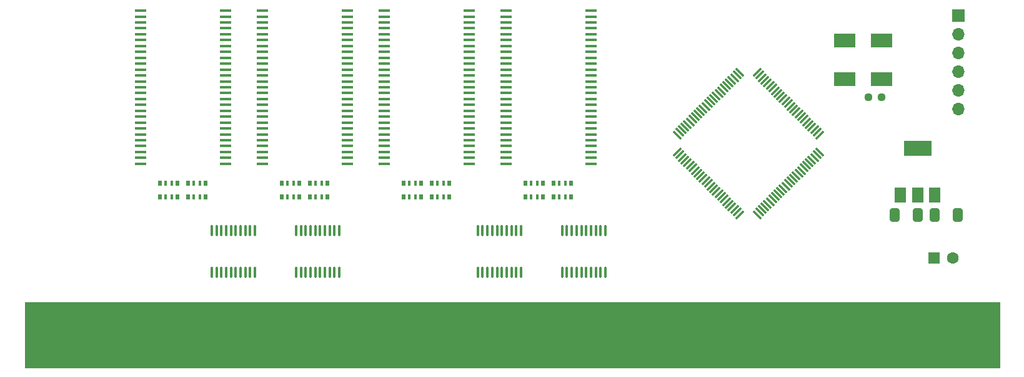
<source format=gbr>
%TF.GenerationSoftware,KiCad,Pcbnew,(6.0.6)*%
%TF.CreationDate,2022-07-10T09:52:36+02:00*%
%TF.ProjectId,GottaGoFaSDZ3,476f7474-6147-46f4-9661-53445a332e6b,rev?*%
%TF.SameCoordinates,Original*%
%TF.FileFunction,Soldermask,Top*%
%TF.FilePolarity,Negative*%
%FSLAX46Y46*%
G04 Gerber Fmt 4.6, Leading zero omitted, Abs format (unit mm)*
G04 Created by KiCad (PCBNEW (6.0.6)) date 2022-07-10 09:52:36*
%MOMM*%
%LPD*%
G01*
G04 APERTURE LIST*
G04 Aperture macros list*
%AMRoundRect*
0 Rectangle with rounded corners*
0 $1 Rounding radius*
0 $2 $3 $4 $5 $6 $7 $8 $9 X,Y pos of 4 corners*
0 Add a 4 corners polygon primitive as box body*
4,1,4,$2,$3,$4,$5,$6,$7,$8,$9,$2,$3,0*
0 Add four circle primitives for the rounded corners*
1,1,$1+$1,$2,$3*
1,1,$1+$1,$4,$5*
1,1,$1+$1,$6,$7*
1,1,$1+$1,$8,$9*
0 Add four rect primitives between the rounded corners*
20,1,$1+$1,$2,$3,$4,$5,0*
20,1,$1+$1,$4,$5,$6,$7,0*
20,1,$1+$1,$6,$7,$8,$9,0*
20,1,$1+$1,$8,$9,$2,$3,0*%
G04 Aperture macros list end*
%ADD10C,0.100000*%
%ADD11R,0.500000X0.800000*%
%ADD12R,0.400000X0.800000*%
%ADD13RoundRect,0.100000X-0.100000X0.637500X-0.100000X-0.637500X0.100000X-0.637500X0.100000X0.637500X0*%
%ADD14R,1.700000X1.700000*%
%ADD15O,1.700000X1.700000*%
%ADD16RoundRect,0.237500X0.250000X0.237500X-0.250000X0.237500X-0.250000X-0.237500X0.250000X-0.237500X0*%
%ADD17RoundRect,0.250000X0.412500X0.650000X-0.412500X0.650000X-0.412500X-0.650000X0.412500X-0.650000X0*%
%ADD18R,1.524000X6.754000*%
%ADD19R,1.510000X0.458000*%
%ADD20R,3.000000X1.980000*%
%ADD21RoundRect,0.075000X0.521491X-0.415425X-0.415425X0.521491X-0.521491X0.415425X0.415425X-0.521491X0*%
%ADD22RoundRect,0.075000X0.521491X0.415425X0.415425X0.521491X-0.521491X-0.415425X-0.415425X-0.521491X0*%
%ADD23RoundRect,0.250000X-0.412500X-0.650000X0.412500X-0.650000X0.412500X0.650000X-0.412500X0.650000X0*%
%ADD24R,1.600000X1.600000*%
%ADD25C,1.600000*%
%ADD26R,1.500000X2.000000*%
%ADD27R,3.800000X2.000000*%
G04 APERTURE END LIST*
%TO.C,CN1*%
G36*
X218731933Y-120061782D02*
G01*
X86651933Y-120061782D01*
X86651933Y-111171782D01*
X218731933Y-111171782D01*
X218731933Y-120061782D01*
G37*
D10*
X218731933Y-120061782D02*
X86651933Y-120061782D01*
X86651933Y-111171782D01*
X218731933Y-111171782D01*
X218731933Y-120061782D01*
%TD*%
D11*
%TO.C,RN1*%
X104966469Y-96834478D03*
D12*
X105766469Y-96834478D03*
X106566469Y-96834478D03*
D11*
X107366469Y-96834478D03*
X107366469Y-95034478D03*
D12*
X106566469Y-95034478D03*
X105766469Y-95034478D03*
D11*
X104966469Y-95034478D03*
%TD*%
D13*
%TO.C,U5*%
X165329780Y-101395478D03*
X164679780Y-101395478D03*
X164029780Y-101395478D03*
X163379780Y-101395478D03*
X162729780Y-101395478D03*
X162079780Y-101395478D03*
X161429780Y-101395478D03*
X160779780Y-101395478D03*
X160129780Y-101395478D03*
X159479780Y-101395478D03*
X159479780Y-107120478D03*
X160129780Y-107120478D03*
X160779780Y-107120478D03*
X161429780Y-107120478D03*
X162079780Y-107120478D03*
X162729780Y-107120478D03*
X163379780Y-107120478D03*
X164029780Y-107120478D03*
X164679780Y-107120478D03*
X165329780Y-107120478D03*
%TD*%
D14*
%TO.C,J1*%
X213158741Y-72261674D03*
D15*
X213158741Y-74801674D03*
X213158741Y-77341674D03*
X213158741Y-79881674D03*
X213158741Y-82421674D03*
X213158741Y-84961674D03*
%TD*%
D11*
%TO.C,RN8*%
X158306469Y-96834478D03*
D12*
X159106469Y-96834478D03*
X159906469Y-96834478D03*
D11*
X160706469Y-96834478D03*
X160706469Y-95034478D03*
D12*
X159906469Y-95034478D03*
X159106469Y-95034478D03*
D11*
X158306469Y-95034478D03*
%TD*%
D16*
%TO.C,R1*%
X202767092Y-83297157D03*
X200942092Y-83297157D03*
%TD*%
D17*
%TO.C,C3*%
X207645227Y-99280361D03*
X204520227Y-99280361D03*
%TD*%
D11*
%TO.C,RN5*%
X137986469Y-96834478D03*
D12*
X138786469Y-96834478D03*
X139586469Y-96834478D03*
D11*
X140386469Y-96834478D03*
X140386469Y-95034478D03*
D12*
X139586469Y-95034478D03*
X138786469Y-95034478D03*
D11*
X137986469Y-95034478D03*
%TD*%
D18*
%TO.C,CN1*%
X214921933Y-114608782D03*
X212381933Y-114608782D03*
X209841933Y-114608782D03*
X207301933Y-114608782D03*
X204761933Y-114608782D03*
X202221933Y-114608782D03*
X199681933Y-114608782D03*
X197141933Y-114608782D03*
X194601933Y-114608782D03*
X192061933Y-114608782D03*
X189521933Y-114608782D03*
X186981933Y-114608782D03*
X184441933Y-114608782D03*
X181901933Y-114608782D03*
X179361933Y-114608782D03*
X176821933Y-114608782D03*
X174281933Y-114608782D03*
X171741933Y-114608782D03*
X169201933Y-114608782D03*
X166661933Y-114608782D03*
X164121933Y-114608782D03*
X161581933Y-114608782D03*
X159041933Y-114608782D03*
X156501933Y-114608782D03*
X153961933Y-114608782D03*
X151421933Y-114608782D03*
X148881933Y-114608782D03*
X146341933Y-114608782D03*
X143801933Y-114608782D03*
X141261933Y-114608782D03*
X138721933Y-114608782D03*
X136181933Y-114608782D03*
X133641933Y-114608782D03*
X131101933Y-114608782D03*
X128561933Y-114608782D03*
X126021933Y-114608782D03*
X123481933Y-114608782D03*
X120941933Y-114608782D03*
X118401933Y-114608782D03*
X115861933Y-114608782D03*
X113321933Y-114608782D03*
X110781933Y-114608782D03*
X108241933Y-114608782D03*
X105701933Y-114608782D03*
X103161933Y-114608782D03*
X100621933Y-114608782D03*
X98081933Y-114608782D03*
X95541933Y-114608782D03*
X93001933Y-114608782D03*
X90461933Y-114608782D03*
%TD*%
D19*
%TO.C,U10*%
X163380069Y-92360490D03*
X163380069Y-91560490D03*
X163380069Y-90760490D03*
X163380069Y-89960490D03*
X163380069Y-89160490D03*
X163380069Y-88360490D03*
X163380069Y-87560490D03*
X163380069Y-86760490D03*
X163380069Y-85960490D03*
X163380069Y-85160490D03*
X163380069Y-84360490D03*
X163380069Y-83560490D03*
X163380069Y-82760490D03*
X163380069Y-81960490D03*
X163380069Y-81160490D03*
X163380069Y-80360490D03*
X163380069Y-79560490D03*
X163380069Y-78760490D03*
X163380069Y-77960490D03*
X163380069Y-77160490D03*
X163380069Y-76360490D03*
X163380069Y-75560490D03*
X163380069Y-74760490D03*
X163380069Y-73960490D03*
X163380069Y-73160490D03*
X163380069Y-72360490D03*
X163380069Y-71560490D03*
X151880069Y-71560490D03*
X151880069Y-72360490D03*
X151880069Y-73160490D03*
X151880069Y-73960490D03*
X151880069Y-74760490D03*
X151880069Y-75560490D03*
X151880069Y-76360490D03*
X151880069Y-77160490D03*
X151880069Y-77960490D03*
X151880069Y-78760490D03*
X151880069Y-79560490D03*
X151880069Y-80360490D03*
X151880069Y-81160490D03*
X151880069Y-81960490D03*
X151880069Y-82760490D03*
X151880069Y-83560490D03*
X151880069Y-84360490D03*
X151880069Y-85160490D03*
X151880069Y-85960490D03*
X151880069Y-86760490D03*
X151880069Y-87560490D03*
X151880069Y-88360490D03*
X151880069Y-89160490D03*
X151880069Y-89960490D03*
X151880069Y-90760490D03*
X151880069Y-91560490D03*
X151880069Y-92360490D03*
%TD*%
D20*
%TO.C,X1*%
X197779792Y-75612757D03*
X197779792Y-80872757D03*
X202779792Y-80872757D03*
X202779792Y-75612757D03*
%TD*%
D19*
%TO.C,U7*%
X113850069Y-92360490D03*
X113850069Y-91560490D03*
X113850069Y-90760490D03*
X113850069Y-89960490D03*
X113850069Y-89160490D03*
X113850069Y-88360490D03*
X113850069Y-87560490D03*
X113850069Y-86760490D03*
X113850069Y-85960490D03*
X113850069Y-85160490D03*
X113850069Y-84360490D03*
X113850069Y-83560490D03*
X113850069Y-82760490D03*
X113850069Y-81960490D03*
X113850069Y-81160490D03*
X113850069Y-80360490D03*
X113850069Y-79560490D03*
X113850069Y-78760490D03*
X113850069Y-77960490D03*
X113850069Y-77160490D03*
X113850069Y-76360490D03*
X113850069Y-75560490D03*
X113850069Y-74760490D03*
X113850069Y-73960490D03*
X113850069Y-73160490D03*
X113850069Y-72360490D03*
X113850069Y-71560490D03*
X102350069Y-71560490D03*
X102350069Y-72360490D03*
X102350069Y-73160490D03*
X102350069Y-73960490D03*
X102350069Y-74760490D03*
X102350069Y-75560490D03*
X102350069Y-76360490D03*
X102350069Y-77160490D03*
X102350069Y-77960490D03*
X102350069Y-78760490D03*
X102350069Y-79560490D03*
X102350069Y-80360490D03*
X102350069Y-81160490D03*
X102350069Y-81960490D03*
X102350069Y-82760490D03*
X102350069Y-83560490D03*
X102350069Y-84360490D03*
X102350069Y-85160490D03*
X102350069Y-85960490D03*
X102350069Y-86760490D03*
X102350069Y-87560490D03*
X102350069Y-88360490D03*
X102350069Y-89160490D03*
X102350069Y-89960490D03*
X102350069Y-90760490D03*
X102350069Y-91560490D03*
X102350069Y-92360490D03*
%TD*%
D13*
%TO.C,U2*%
X117850968Y-101395478D03*
X117200968Y-101395478D03*
X116550968Y-101395478D03*
X115900968Y-101395478D03*
X115250968Y-101395478D03*
X114600968Y-101395478D03*
X113950968Y-101395478D03*
X113300968Y-101395478D03*
X112650968Y-101395478D03*
X112000968Y-101395478D03*
X112000968Y-107120478D03*
X112650968Y-107120478D03*
X113300968Y-107120478D03*
X113950968Y-107120478D03*
X114600968Y-107120478D03*
X115250968Y-107120478D03*
X115900968Y-107120478D03*
X116550968Y-107120478D03*
X117200968Y-107120478D03*
X117850968Y-107120478D03*
%TD*%
D21*
%TO.C,U6*%
X185889431Y-99277488D03*
X186242984Y-98923935D03*
X186596538Y-98570382D03*
X186950091Y-98216828D03*
X187303645Y-97863275D03*
X187657198Y-97509721D03*
X188010751Y-97156168D03*
X188364305Y-96802615D03*
X188717858Y-96449061D03*
X189071412Y-96095508D03*
X189424965Y-95741954D03*
X189778518Y-95388401D03*
X190132072Y-95034848D03*
X190485625Y-94681294D03*
X190839178Y-94327741D03*
X191192732Y-93974188D03*
X191546285Y-93620634D03*
X191899839Y-93267081D03*
X192253392Y-92913527D03*
X192606945Y-92559974D03*
X192960499Y-92206421D03*
X193314052Y-91852867D03*
X193667606Y-91499314D03*
X194021159Y-91145760D03*
X194374712Y-90792207D03*
D22*
X194374712Y-88441077D03*
X194021159Y-88087524D03*
X193667606Y-87733970D03*
X193314052Y-87380417D03*
X192960499Y-87026863D03*
X192606945Y-86673310D03*
X192253392Y-86319757D03*
X191899839Y-85966203D03*
X191546285Y-85612650D03*
X191192732Y-85259096D03*
X190839178Y-84905543D03*
X190485625Y-84551990D03*
X190132072Y-84198436D03*
X189778518Y-83844883D03*
X189424965Y-83491330D03*
X189071412Y-83137776D03*
X188717858Y-82784223D03*
X188364305Y-82430669D03*
X188010751Y-82077116D03*
X187657198Y-81723563D03*
X187303645Y-81370009D03*
X186950091Y-81016456D03*
X186596538Y-80662902D03*
X186242984Y-80309349D03*
X185889431Y-79955796D03*
D21*
X183538301Y-79955796D03*
X183184748Y-80309349D03*
X182831194Y-80662902D03*
X182477641Y-81016456D03*
X182124087Y-81370009D03*
X181770534Y-81723563D03*
X181416981Y-82077116D03*
X181063427Y-82430669D03*
X180709874Y-82784223D03*
X180356320Y-83137776D03*
X180002767Y-83491330D03*
X179649214Y-83844883D03*
X179295660Y-84198436D03*
X178942107Y-84551990D03*
X178588554Y-84905543D03*
X178235000Y-85259096D03*
X177881447Y-85612650D03*
X177527893Y-85966203D03*
X177174340Y-86319757D03*
X176820787Y-86673310D03*
X176467233Y-87026863D03*
X176113680Y-87380417D03*
X175760126Y-87733970D03*
X175406573Y-88087524D03*
X175053020Y-88441077D03*
D22*
X175053020Y-90792207D03*
X175406573Y-91145760D03*
X175760126Y-91499314D03*
X176113680Y-91852867D03*
X176467233Y-92206421D03*
X176820787Y-92559974D03*
X177174340Y-92913527D03*
X177527893Y-93267081D03*
X177881447Y-93620634D03*
X178235000Y-93974188D03*
X178588554Y-94327741D03*
X178942107Y-94681294D03*
X179295660Y-95034848D03*
X179649214Y-95388401D03*
X180002767Y-95741954D03*
X180356320Y-96095508D03*
X180709874Y-96449061D03*
X181063427Y-96802615D03*
X181416981Y-97156168D03*
X181770534Y-97509721D03*
X182124087Y-97863275D03*
X182477641Y-98216828D03*
X182831194Y-98570382D03*
X183184748Y-98923935D03*
X183538301Y-99277488D03*
%TD*%
D11*
%TO.C,RN3*%
X121476469Y-96834478D03*
D12*
X122276469Y-96834478D03*
X123076469Y-96834478D03*
D11*
X123876469Y-96834478D03*
X123876469Y-95034478D03*
D12*
X123076469Y-95034478D03*
X122276469Y-95034478D03*
D11*
X121476469Y-95034478D03*
%TD*%
D23*
%TO.C,C2*%
X209930427Y-99331161D03*
X213055427Y-99331161D03*
%TD*%
D13*
%TO.C,U3*%
X129280968Y-101395478D03*
X128630968Y-101395478D03*
X127980968Y-101395478D03*
X127330968Y-101395478D03*
X126680968Y-101395478D03*
X126030968Y-101395478D03*
X125380968Y-101395478D03*
X124730968Y-101395478D03*
X124080968Y-101395478D03*
X123430968Y-101395478D03*
X123430968Y-107120478D03*
X124080968Y-107120478D03*
X124730968Y-107120478D03*
X125380968Y-107120478D03*
X126030968Y-107120478D03*
X126680968Y-107120478D03*
X127330968Y-107120478D03*
X127980968Y-107120478D03*
X128630968Y-107120478D03*
X129280968Y-107120478D03*
%TD*%
%TO.C,U4*%
X153899780Y-101395478D03*
X153249780Y-101395478D03*
X152599780Y-101395478D03*
X151949780Y-101395478D03*
X151299780Y-101395478D03*
X150649780Y-101395478D03*
X149999780Y-101395478D03*
X149349780Y-101395478D03*
X148699780Y-101395478D03*
X148049780Y-101395478D03*
X148049780Y-107120478D03*
X148699780Y-107120478D03*
X149349780Y-107120478D03*
X149999780Y-107120478D03*
X150649780Y-107120478D03*
X151299780Y-107120478D03*
X151949780Y-107120478D03*
X152599780Y-107120478D03*
X153249780Y-107120478D03*
X153899780Y-107120478D03*
%TD*%
D19*
%TO.C,U9*%
X146870069Y-92360490D03*
X146870069Y-91560490D03*
X146870069Y-90760490D03*
X146870069Y-89960490D03*
X146870069Y-89160490D03*
X146870069Y-88360490D03*
X146870069Y-87560490D03*
X146870069Y-86760490D03*
X146870069Y-85960490D03*
X146870069Y-85160490D03*
X146870069Y-84360490D03*
X146870069Y-83560490D03*
X146870069Y-82760490D03*
X146870069Y-81960490D03*
X146870069Y-81160490D03*
X146870069Y-80360490D03*
X146870069Y-79560490D03*
X146870069Y-78760490D03*
X146870069Y-77960490D03*
X146870069Y-77160490D03*
X146870069Y-76360490D03*
X146870069Y-75560490D03*
X146870069Y-74760490D03*
X146870069Y-73960490D03*
X146870069Y-73160490D03*
X146870069Y-72360490D03*
X146870069Y-71560490D03*
X135370069Y-71560490D03*
X135370069Y-72360490D03*
X135370069Y-73160490D03*
X135370069Y-73960490D03*
X135370069Y-74760490D03*
X135370069Y-75560490D03*
X135370069Y-76360490D03*
X135370069Y-77160490D03*
X135370069Y-77960490D03*
X135370069Y-78760490D03*
X135370069Y-79560490D03*
X135370069Y-80360490D03*
X135370069Y-81160490D03*
X135370069Y-81960490D03*
X135370069Y-82760490D03*
X135370069Y-83560490D03*
X135370069Y-84360490D03*
X135370069Y-85160490D03*
X135370069Y-85960490D03*
X135370069Y-86760490D03*
X135370069Y-87560490D03*
X135370069Y-88360490D03*
X135370069Y-89160490D03*
X135370069Y-89960490D03*
X135370069Y-90760490D03*
X135370069Y-91560490D03*
X135370069Y-92360490D03*
%TD*%
D24*
%TO.C,C1*%
X209881927Y-105160276D03*
D25*
X212381927Y-105160276D03*
%TD*%
D11*
%TO.C,RN4*%
X125286469Y-96834478D03*
D12*
X126086469Y-96834478D03*
X126886469Y-96834478D03*
D11*
X127686469Y-96834478D03*
X127686469Y-95034478D03*
D12*
X126886469Y-95034478D03*
X126086469Y-95034478D03*
D11*
X125286469Y-95034478D03*
%TD*%
D26*
%TO.C,U1*%
X205340219Y-96598852D03*
X207640219Y-96598852D03*
D27*
X207640219Y-90298852D03*
D26*
X209940219Y-96598852D03*
%TD*%
D19*
%TO.C,U8*%
X130360069Y-92360490D03*
X130360069Y-91560490D03*
X130360069Y-90760490D03*
X130360069Y-89960490D03*
X130360069Y-89160490D03*
X130360069Y-88360490D03*
X130360069Y-87560490D03*
X130360069Y-86760490D03*
X130360069Y-85960490D03*
X130360069Y-85160490D03*
X130360069Y-84360490D03*
X130360069Y-83560490D03*
X130360069Y-82760490D03*
X130360069Y-81960490D03*
X130360069Y-81160490D03*
X130360069Y-80360490D03*
X130360069Y-79560490D03*
X130360069Y-78760490D03*
X130360069Y-77960490D03*
X130360069Y-77160490D03*
X130360069Y-76360490D03*
X130360069Y-75560490D03*
X130360069Y-74760490D03*
X130360069Y-73960490D03*
X130360069Y-73160490D03*
X130360069Y-72360490D03*
X130360069Y-71560490D03*
X118860069Y-71560490D03*
X118860069Y-72360490D03*
X118860069Y-73160490D03*
X118860069Y-73960490D03*
X118860069Y-74760490D03*
X118860069Y-75560490D03*
X118860069Y-76360490D03*
X118860069Y-77160490D03*
X118860069Y-77960490D03*
X118860069Y-78760490D03*
X118860069Y-79560490D03*
X118860069Y-80360490D03*
X118860069Y-81160490D03*
X118860069Y-81960490D03*
X118860069Y-82760490D03*
X118860069Y-83560490D03*
X118860069Y-84360490D03*
X118860069Y-85160490D03*
X118860069Y-85960490D03*
X118860069Y-86760490D03*
X118860069Y-87560490D03*
X118860069Y-88360490D03*
X118860069Y-89160490D03*
X118860069Y-89960490D03*
X118860069Y-90760490D03*
X118860069Y-91560490D03*
X118860069Y-92360490D03*
%TD*%
D11*
%TO.C,RN7*%
X154496469Y-96834478D03*
D12*
X155296469Y-96834478D03*
X156096469Y-96834478D03*
D11*
X156896469Y-96834478D03*
X156896469Y-95034478D03*
D12*
X156096469Y-95034478D03*
X155296469Y-95034478D03*
D11*
X154496469Y-95034478D03*
%TD*%
%TO.C,RN6*%
X141796469Y-96834478D03*
D12*
X142596469Y-96834478D03*
X143396469Y-96834478D03*
D11*
X144196469Y-96834478D03*
X144196469Y-95034478D03*
D12*
X143396469Y-95034478D03*
X142596469Y-95034478D03*
D11*
X141796469Y-95034478D03*
%TD*%
%TO.C,RN2*%
X108776469Y-96834478D03*
D12*
X109576469Y-96834478D03*
X110376469Y-96834478D03*
D11*
X111176469Y-96834478D03*
X111176469Y-95034478D03*
D12*
X110376469Y-95034478D03*
X109576469Y-95034478D03*
D11*
X108776469Y-95034478D03*
%TD*%
M02*

</source>
